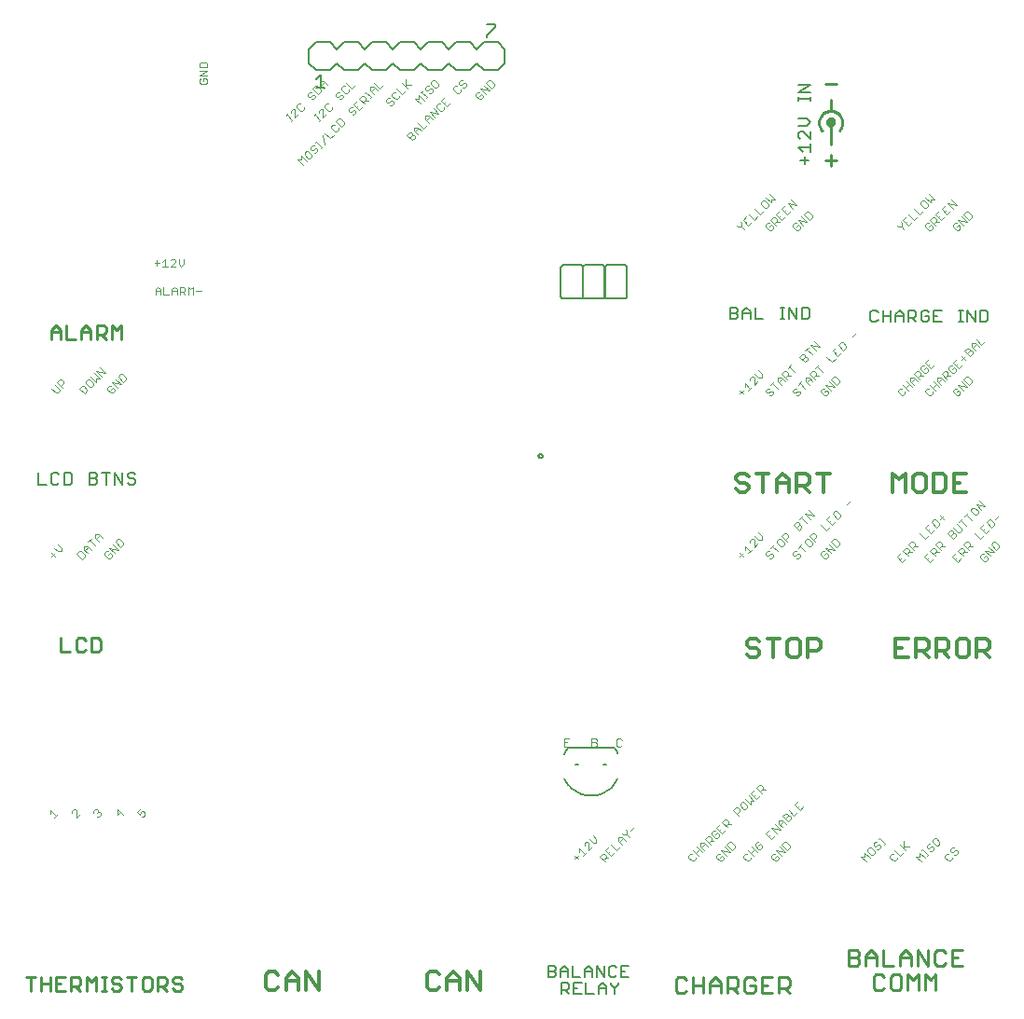
<source format=gto>
G75*
G70*
%OFA0B0*%
%FSLAX24Y24*%
%IPPOS*%
%LPD*%
%AMOC8*
5,1,8,0,0,1.08239X$1,22.5*
%
%ADD10C,0.0040*%
%ADD11C,0.0120*%
%ADD12C,0.0070*%
%ADD13C,0.0090*%
%ADD14C,0.0100*%
%ADD15C,0.0157*%
%ADD16C,0.0098*%
%ADD17C,0.0079*%
%ADD18C,0.0060*%
%ADD19C,0.0050*%
D10*
X001539Y007178D02*
X001669Y007307D01*
X001604Y007243D02*
X001409Y007437D01*
X001409Y007307D01*
X002164Y007340D02*
X002164Y007405D01*
X002229Y007470D01*
X002294Y007470D01*
X002327Y007437D01*
X002327Y007178D01*
X002456Y007307D01*
X002952Y007340D02*
X002952Y007405D01*
X003017Y007470D01*
X003082Y007470D01*
X003114Y007437D01*
X003114Y007372D01*
X003179Y007372D01*
X003211Y007340D01*
X003211Y007275D01*
X003146Y007210D01*
X003082Y007210D01*
X003082Y007340D02*
X003114Y007372D01*
X003804Y007275D02*
X003934Y007405D01*
X003804Y007470D02*
X003804Y007275D01*
X003999Y007275D02*
X003804Y007470D01*
X004494Y007372D02*
X004592Y007275D01*
X004624Y007372D01*
X004656Y007405D01*
X004721Y007405D01*
X004786Y007340D01*
X004786Y007275D01*
X004721Y007210D01*
X004656Y007210D01*
X004494Y007372D02*
X004624Y007502D01*
X003540Y016462D02*
X003605Y016527D01*
X003605Y016592D01*
X003540Y016657D01*
X003475Y016592D01*
X003346Y016592D02*
X003475Y016462D01*
X003540Y016462D01*
X003346Y016592D02*
X003346Y016657D01*
X003410Y016721D01*
X003475Y016721D01*
X003518Y016829D02*
X003842Y016764D01*
X003648Y016959D01*
X003723Y017034D02*
X003820Y017132D01*
X003885Y017132D01*
X004015Y017002D01*
X004015Y016937D01*
X003918Y016840D01*
X003723Y017034D01*
X003518Y016829D02*
X003713Y016635D01*
X003268Y017174D02*
X003139Y017304D01*
X003009Y017304D01*
X003009Y017174D01*
X003139Y017045D01*
X003041Y017142D02*
X003171Y017272D01*
X002869Y017164D02*
X002739Y017034D01*
X002804Y017099D02*
X002998Y016905D01*
X002858Y016764D02*
X002729Y016894D01*
X002599Y016894D01*
X002599Y016764D01*
X002729Y016635D01*
X002621Y016592D02*
X002491Y016721D01*
X002426Y016721D01*
X002329Y016624D01*
X002523Y016430D01*
X002621Y016527D01*
X002621Y016592D01*
X002631Y016732D02*
X002761Y016862D01*
X001809Y016829D02*
X001679Y016959D01*
X001550Y016829D02*
X001679Y016700D01*
X001809Y016700D01*
X001809Y016829D01*
X001572Y016657D02*
X001442Y016527D01*
X001442Y016657D02*
X001572Y016527D01*
X001605Y022368D02*
X001443Y022530D01*
X001573Y022659D02*
X001735Y022497D01*
X001735Y022432D01*
X001670Y022368D01*
X001605Y022368D01*
X001778Y022605D02*
X001875Y022702D01*
X001875Y022767D01*
X001810Y022832D01*
X001745Y022832D01*
X001648Y022735D01*
X001843Y022540D01*
X002427Y022530D02*
X002525Y022627D01*
X002589Y022627D01*
X002719Y022497D01*
X002719Y022432D01*
X002622Y022335D01*
X002427Y022530D01*
X002665Y022702D02*
X002794Y022573D01*
X002859Y022573D01*
X002924Y022637D01*
X002924Y022702D01*
X002794Y022832D01*
X002730Y022832D01*
X002665Y022767D01*
X002665Y022702D01*
X002837Y022940D02*
X003032Y022745D01*
X003032Y022875D01*
X003162Y022875D01*
X002967Y023070D01*
X003042Y023145D02*
X003367Y023080D01*
X003172Y023275D01*
X003042Y023145D02*
X003237Y022950D01*
X003509Y022627D02*
X003444Y022562D01*
X003444Y022497D01*
X003574Y022368D01*
X003639Y022368D01*
X003703Y022432D01*
X003703Y022497D01*
X003639Y022562D01*
X003574Y022497D01*
X003574Y022627D02*
X003509Y022627D01*
X003617Y022735D02*
X003941Y022670D01*
X003746Y022864D01*
X003822Y022940D02*
X003919Y023037D01*
X003984Y023037D01*
X004114Y022907D01*
X004113Y022843D01*
X004016Y022745D01*
X003822Y022940D01*
X003617Y022735D02*
X003811Y022540D01*
X005162Y025890D02*
X005162Y026073D01*
X005253Y026165D01*
X005345Y026073D01*
X005345Y025890D01*
X005452Y025890D02*
X005635Y025890D01*
X005742Y025890D02*
X005742Y026073D01*
X005833Y026165D01*
X005925Y026073D01*
X005925Y025890D01*
X006032Y025890D02*
X006032Y026165D01*
X006169Y026165D01*
X006215Y026119D01*
X006215Y026027D01*
X006169Y025982D01*
X006032Y025982D01*
X006123Y025982D02*
X006215Y025890D01*
X006322Y025890D02*
X006322Y026165D01*
X006413Y026073D01*
X006505Y026165D01*
X006505Y025890D01*
X006612Y026027D02*
X006795Y026027D01*
X006084Y026874D02*
X006176Y026966D01*
X006176Y027149D01*
X005992Y027149D02*
X005992Y026966D01*
X006084Y026874D01*
X005886Y026874D02*
X005702Y026874D01*
X005886Y027058D01*
X005886Y027103D01*
X005840Y027149D01*
X005748Y027149D01*
X005702Y027103D01*
X005504Y027149D02*
X005504Y026874D01*
X005412Y026874D02*
X005596Y026874D01*
X005412Y027058D02*
X005504Y027149D01*
X005306Y027012D02*
X005122Y027012D01*
X005214Y027103D02*
X005214Y026920D01*
X005452Y026165D02*
X005452Y025890D01*
X005345Y026027D02*
X005162Y026027D01*
X005742Y026027D02*
X005925Y026027D01*
X010445Y030512D02*
X010250Y030706D01*
X010380Y030706D01*
X010380Y030836D01*
X010574Y030641D01*
X010617Y030749D02*
X010682Y030749D01*
X010747Y030814D01*
X010747Y030879D01*
X010617Y031009D01*
X010552Y031009D01*
X010488Y030944D01*
X010488Y030879D01*
X010617Y030749D01*
X010822Y030954D02*
X010887Y030954D01*
X010952Y031019D01*
X010952Y031084D01*
X010920Y031116D01*
X010855Y031116D01*
X010790Y031051D01*
X010725Y031051D01*
X010693Y031084D01*
X010693Y031149D01*
X010757Y031214D01*
X010822Y031214D01*
X010865Y031321D02*
X010930Y031386D01*
X010898Y031354D02*
X011092Y031159D01*
X011060Y031127D02*
X011125Y031192D01*
X011196Y031264D02*
X011132Y031588D01*
X011207Y031663D02*
X011401Y031469D01*
X011531Y031598D01*
X011574Y031706D02*
X011639Y031706D01*
X011704Y031771D01*
X011704Y031836D01*
X011812Y031879D02*
X011909Y031976D01*
X011909Y032041D01*
X011779Y032170D01*
X011714Y032170D01*
X011617Y032073D01*
X011812Y031879D01*
X011574Y031965D02*
X011509Y031965D01*
X011444Y031901D01*
X011444Y031836D01*
X011574Y031706D01*
X011082Y032149D02*
X011017Y032084D01*
X011049Y032116D02*
X010855Y032311D01*
X010887Y032343D02*
X010822Y032278D01*
X010991Y032383D02*
X010991Y032448D01*
X011056Y032512D01*
X011121Y032512D01*
X011154Y032480D01*
X011154Y032221D01*
X011283Y032350D01*
X011326Y032458D02*
X011196Y032588D01*
X011196Y032653D01*
X011261Y032717D01*
X011326Y032717D01*
X011456Y032588D02*
X011456Y032523D01*
X011391Y032458D01*
X011326Y032458D01*
X011736Y032868D02*
X011801Y032868D01*
X011866Y032933D01*
X011866Y032998D01*
X011833Y033030D01*
X011769Y033030D01*
X011704Y032965D01*
X011639Y032965D01*
X011606Y032998D01*
X011606Y033063D01*
X011671Y033128D01*
X011736Y033128D01*
X011811Y033203D02*
X011941Y033073D01*
X012006Y033073D01*
X012071Y033138D01*
X012071Y033203D01*
X012179Y033246D02*
X011984Y033440D01*
X011941Y033333D02*
X011876Y033333D01*
X011811Y033268D01*
X011811Y033203D01*
X012179Y033246D02*
X012308Y033375D01*
X012642Y033098D02*
X012707Y033163D01*
X012675Y033131D02*
X012869Y032936D01*
X012837Y032904D02*
X012902Y032969D01*
X012973Y033040D02*
X012844Y033170D01*
X012844Y033300D01*
X012973Y033300D01*
X013103Y033170D01*
X013178Y033246D02*
X013308Y033375D01*
X013178Y033246D02*
X012984Y033440D01*
X013006Y033267D02*
X012876Y033138D01*
X012664Y032926D02*
X012664Y032861D01*
X012567Y032764D01*
X012632Y032828D02*
X012761Y032828D01*
X012664Y032926D02*
X012599Y032991D01*
X012534Y032991D01*
X012437Y032893D01*
X012632Y032699D01*
X012556Y032623D02*
X012427Y032494D01*
X012232Y032688D01*
X012362Y032818D01*
X012394Y032656D02*
X012329Y032591D01*
X012286Y032483D02*
X012319Y032451D01*
X012319Y032386D01*
X012254Y032321D01*
X012189Y032321D01*
X012157Y032418D02*
X012222Y032483D01*
X012286Y032483D01*
X012189Y032581D02*
X012124Y032581D01*
X012059Y032516D01*
X012059Y032451D01*
X012092Y032418D01*
X012157Y032418D01*
X011308Y033375D02*
X011179Y033505D01*
X011049Y033505D01*
X011049Y033375D01*
X011179Y033246D01*
X011071Y033203D02*
X010941Y033333D01*
X010876Y033333D01*
X010779Y033235D01*
X010974Y033041D01*
X011071Y033138D01*
X011071Y033203D01*
X011081Y033343D02*
X011211Y033473D01*
X010833Y033030D02*
X010866Y032998D01*
X010866Y032933D01*
X010801Y032868D01*
X010736Y032868D01*
X010704Y032965D02*
X010769Y033030D01*
X010833Y033030D01*
X010736Y033128D02*
X010671Y033128D01*
X010606Y033063D01*
X010606Y032998D01*
X010639Y032965D01*
X010704Y032965D01*
X010456Y032588D02*
X010456Y032523D01*
X010391Y032458D01*
X010326Y032458D01*
X010196Y032588D01*
X010196Y032653D01*
X010261Y032717D01*
X010326Y032717D01*
X010121Y032512D02*
X010056Y032512D01*
X009991Y032448D01*
X009991Y032383D01*
X009887Y032343D02*
X009822Y032278D01*
X009855Y032311D02*
X010049Y032116D01*
X010017Y032084D02*
X010082Y032149D01*
X010154Y032221D02*
X010154Y032480D01*
X010121Y032512D01*
X010283Y032350D02*
X010154Y032221D01*
X007011Y033467D02*
X007011Y033559D01*
X006966Y033605D01*
X006874Y033605D01*
X006874Y033513D01*
X006966Y033421D02*
X007011Y033467D01*
X006966Y033421D02*
X006782Y033421D01*
X006736Y033467D01*
X006736Y033559D01*
X006782Y033605D01*
X006736Y033711D02*
X007011Y033895D01*
X006736Y033895D01*
X006736Y034001D02*
X006736Y034139D01*
X006782Y034185D01*
X006966Y034185D01*
X007011Y034139D01*
X007011Y034001D01*
X006736Y034001D01*
X006736Y033711D02*
X007011Y033711D01*
X013401Y032858D02*
X013401Y032793D01*
X013434Y032760D01*
X013499Y032760D01*
X013564Y032825D01*
X013629Y032825D01*
X013661Y032793D01*
X013661Y032728D01*
X013596Y032663D01*
X013531Y032663D01*
X013401Y032858D02*
X013466Y032923D01*
X013531Y032923D01*
X013607Y032998D02*
X013736Y032868D01*
X013801Y032868D01*
X013866Y032933D01*
X013866Y032998D01*
X013974Y033041D02*
X013779Y033235D01*
X013736Y033128D02*
X013671Y033128D01*
X013607Y033063D01*
X013607Y032998D01*
X013974Y033041D02*
X014103Y033171D01*
X014179Y033246D02*
X013984Y033440D01*
X014114Y033376D02*
X014308Y033376D01*
X014114Y033311D02*
X014114Y033570D01*
X014643Y033099D02*
X014707Y033164D01*
X014675Y033131D02*
X014869Y032937D01*
X014837Y032904D02*
X014902Y032969D01*
X014941Y033073D02*
X015006Y033073D01*
X015071Y033138D01*
X015071Y033203D01*
X015039Y033235D01*
X014974Y033235D01*
X014909Y033170D01*
X014844Y033171D01*
X014812Y033203D01*
X014812Y033268D01*
X014876Y033333D01*
X014941Y033333D01*
X015017Y033408D02*
X015146Y033278D01*
X015211Y033278D01*
X015276Y033343D01*
X015276Y033408D01*
X015146Y033538D01*
X015081Y033538D01*
X015017Y033473D01*
X015017Y033408D01*
X014567Y033023D02*
X014762Y032829D01*
X014632Y032699D02*
X014437Y032894D01*
X014567Y032894D01*
X014567Y033023D01*
X015089Y032545D02*
X015283Y032350D01*
X014959Y032415D01*
X015153Y032221D01*
X015078Y032145D02*
X014948Y032275D01*
X014819Y032275D01*
X014819Y032145D01*
X014948Y032016D01*
X014873Y031940D02*
X014743Y031810D01*
X014549Y032005D01*
X014538Y031865D02*
X014668Y031735D01*
X014571Y031832D02*
X014441Y031703D01*
X014409Y031735D02*
X014409Y031865D01*
X014538Y031865D01*
X014409Y031735D02*
X014538Y031605D01*
X014431Y031562D02*
X014431Y031498D01*
X014333Y031400D01*
X014139Y031595D01*
X014236Y031692D01*
X014301Y031692D01*
X014333Y031660D01*
X014333Y031595D01*
X014236Y031498D01*
X014333Y031595D02*
X014398Y031595D01*
X014431Y031562D01*
X014851Y032113D02*
X014981Y032242D01*
X015326Y032458D02*
X015391Y032458D01*
X015456Y032523D01*
X015456Y032588D01*
X015564Y032631D02*
X015369Y032825D01*
X015499Y032955D01*
X015531Y032793D02*
X015466Y032728D01*
X015564Y032631D02*
X015693Y032760D01*
X015326Y032717D02*
X015261Y032717D01*
X015196Y032653D01*
X015196Y032588D01*
X015326Y032458D01*
X015941Y033073D02*
X015811Y033203D01*
X015811Y033268D01*
X015876Y033333D01*
X015941Y033333D01*
X016016Y033408D02*
X016049Y033375D01*
X016114Y033375D01*
X016179Y033440D01*
X016243Y033440D01*
X016276Y033408D01*
X016276Y033343D01*
X016211Y033278D01*
X016146Y033278D01*
X016071Y033203D02*
X016071Y033138D01*
X016006Y033073D01*
X015941Y033073D01*
X016016Y033408D02*
X016016Y033473D01*
X016081Y033538D01*
X016146Y033538D01*
X016607Y033063D02*
X016607Y032998D01*
X016736Y032868D01*
X016801Y032868D01*
X016866Y032933D01*
X016866Y032998D01*
X016801Y033063D01*
X016736Y032998D01*
X016736Y033128D02*
X016671Y033128D01*
X016607Y033063D01*
X016779Y033235D02*
X017104Y033171D01*
X016909Y033365D01*
X016984Y033440D02*
X017179Y033246D01*
X017276Y033343D01*
X017276Y033408D01*
X017146Y033538D01*
X017082Y033538D01*
X016984Y033440D01*
X016779Y033235D02*
X016974Y033041D01*
X025951Y028337D02*
X025983Y028304D01*
X026113Y028304D01*
X026210Y028207D01*
X026113Y028304D02*
X026113Y028434D01*
X026081Y028467D01*
X026156Y028542D02*
X026351Y028347D01*
X026480Y028477D01*
X026556Y028552D02*
X026685Y028682D01*
X026761Y028757D02*
X026890Y028887D01*
X026933Y028995D02*
X026998Y028995D01*
X027063Y029060D01*
X027063Y029125D01*
X026933Y029254D01*
X026868Y029254D01*
X026804Y029189D01*
X026804Y029125D01*
X026933Y028995D01*
X026761Y028757D02*
X026566Y028952D01*
X026361Y028747D02*
X026556Y028552D01*
X026318Y028509D02*
X026253Y028445D01*
X026156Y028542D02*
X026286Y028672D01*
X026968Y028369D02*
X026968Y028304D01*
X027097Y028175D01*
X027162Y028175D01*
X027227Y028240D01*
X027227Y028304D01*
X027162Y028369D01*
X027097Y028304D01*
X027097Y028434D02*
X027032Y028434D01*
X026968Y028369D01*
X027140Y028542D02*
X027237Y028639D01*
X027302Y028639D01*
X027367Y028574D01*
X027367Y028509D01*
X027270Y028412D01*
X027335Y028347D02*
X027140Y028542D01*
X027335Y028477D02*
X027464Y028477D01*
X027540Y028552D02*
X027345Y028747D01*
X027475Y028877D01*
X027550Y028952D02*
X027680Y029082D01*
X027755Y029157D02*
X028080Y029092D01*
X027885Y029287D01*
X027755Y029157D02*
X027950Y028962D01*
X027875Y028887D02*
X027745Y028757D01*
X027550Y028952D01*
X027648Y028855D02*
X027712Y028919D01*
X027670Y028682D02*
X027540Y028552D01*
X027443Y028650D02*
X027507Y028714D01*
X027171Y029167D02*
X026976Y029362D01*
X027106Y029492D02*
X027300Y029297D01*
X027171Y029297D01*
X027171Y029167D01*
X027952Y028369D02*
X027952Y028304D01*
X028082Y028175D01*
X028146Y028175D01*
X028211Y028240D01*
X028211Y028304D01*
X028146Y028369D01*
X028082Y028304D01*
X028082Y028434D02*
X028017Y028434D01*
X027952Y028369D01*
X028124Y028542D02*
X028449Y028477D01*
X028254Y028672D01*
X028330Y028747D02*
X028524Y028552D01*
X028621Y028650D01*
X028621Y028714D01*
X028492Y028844D01*
X028427Y028844D01*
X028330Y028747D01*
X028124Y028542D02*
X028319Y028347D01*
X031660Y028337D02*
X031692Y028304D01*
X031822Y028304D01*
X031919Y028207D01*
X031822Y028304D02*
X031822Y028434D01*
X031789Y028467D01*
X031865Y028542D02*
X032059Y028347D01*
X032189Y028477D01*
X032264Y028552D02*
X032394Y028682D01*
X032469Y028757D02*
X032275Y028952D01*
X032469Y028757D02*
X032599Y028887D01*
X032642Y028995D02*
X032707Y028995D01*
X032772Y029060D01*
X032772Y029125D01*
X032642Y029254D01*
X032577Y029254D01*
X032512Y029189D01*
X032512Y029125D01*
X032642Y028995D01*
X032879Y029167D02*
X032685Y029362D01*
X032814Y029492D02*
X033009Y029297D01*
X032879Y029297D01*
X032879Y029167D01*
X033184Y028877D02*
X033054Y028747D01*
X033249Y028552D01*
X033378Y028682D01*
X033454Y028757D02*
X033583Y028887D01*
X033659Y028962D02*
X033464Y029157D01*
X033788Y029092D01*
X033594Y029287D01*
X033389Y029082D02*
X033259Y028952D01*
X033454Y028757D01*
X033356Y028855D02*
X033421Y028919D01*
X033216Y028714D02*
X033151Y028650D01*
X033076Y028574D02*
X033076Y028509D01*
X032979Y028412D01*
X033043Y028347D02*
X032849Y028542D01*
X032946Y028639D01*
X033011Y028639D01*
X033076Y028574D01*
X033043Y028477D02*
X033173Y028477D01*
X032936Y028304D02*
X032871Y028369D01*
X032806Y028304D01*
X032806Y028175D02*
X032871Y028175D01*
X032936Y028240D01*
X032936Y028304D01*
X032806Y028175D02*
X032676Y028304D01*
X032676Y028369D01*
X032741Y028434D01*
X032806Y028434D01*
X032264Y028552D02*
X032070Y028747D01*
X031994Y028672D02*
X031865Y028542D01*
X031962Y028445D02*
X032027Y028509D01*
X033661Y028369D02*
X033661Y028304D01*
X033790Y028175D01*
X033855Y028175D01*
X033920Y028240D01*
X033920Y028304D01*
X033855Y028369D01*
X033790Y028304D01*
X033790Y028434D02*
X033725Y028434D01*
X033661Y028369D01*
X033833Y028542D02*
X034157Y028477D01*
X033963Y028672D01*
X034038Y028747D02*
X034135Y028844D01*
X034200Y028844D01*
X034330Y028714D01*
X034330Y028650D01*
X034233Y028552D01*
X034038Y028747D01*
X033833Y028542D02*
X034028Y028347D01*
X030197Y024514D02*
X030067Y024384D01*
X029852Y024039D02*
X029722Y024169D01*
X029657Y024169D01*
X029560Y024072D01*
X029754Y023877D01*
X029852Y023974D01*
X029852Y024039D01*
X029679Y023802D02*
X029549Y023672D01*
X029355Y023867D01*
X029484Y023996D01*
X029517Y023834D02*
X029452Y023769D01*
X029474Y023597D02*
X029344Y023467D01*
X029150Y023662D01*
X028869Y023381D02*
X028740Y023251D01*
X028804Y023316D02*
X028999Y023122D01*
X028859Y022982D02*
X028729Y022982D01*
X028762Y023014D02*
X028664Y022917D01*
X028729Y022852D02*
X028535Y023046D01*
X028632Y023144D01*
X028697Y023144D01*
X028762Y023079D01*
X028762Y023014D01*
X028556Y022874D02*
X028427Y022744D01*
X028394Y022777D02*
X028394Y022906D01*
X028524Y022906D01*
X028654Y022777D01*
X028524Y022647D02*
X028394Y022777D01*
X028254Y022766D02*
X028124Y022636D01*
X028189Y022701D02*
X028384Y022507D01*
X028211Y022399D02*
X028211Y022334D01*
X028146Y022269D01*
X028082Y022269D01*
X028049Y022366D02*
X028114Y022431D01*
X028179Y022431D01*
X028211Y022399D01*
X028049Y022366D02*
X027984Y022366D01*
X027952Y022399D01*
X027952Y022464D01*
X028017Y022529D01*
X028082Y022529D01*
X027745Y022852D02*
X027550Y023046D01*
X027648Y023144D01*
X027712Y023144D01*
X027777Y023079D01*
X027777Y023014D01*
X027680Y022917D01*
X027745Y022982D02*
X027875Y022982D01*
X028015Y023122D02*
X027820Y023316D01*
X027755Y023251D02*
X027885Y023381D01*
X028165Y023662D02*
X028263Y023759D01*
X028328Y023759D01*
X028360Y023726D01*
X028360Y023662D01*
X028263Y023564D01*
X028360Y023467D02*
X028165Y023662D01*
X028360Y023662D02*
X028425Y023662D01*
X028457Y023629D01*
X028457Y023564D01*
X028360Y023467D01*
X028630Y023737D02*
X028435Y023931D01*
X028370Y023867D02*
X028500Y023996D01*
X028576Y024072D02*
X028900Y024007D01*
X028705Y024201D01*
X028576Y024072D02*
X028770Y023877D01*
X029411Y022939D02*
X029314Y022841D01*
X029508Y022647D01*
X029606Y022744D01*
X029606Y022809D01*
X029476Y022939D01*
X029411Y022939D01*
X029238Y022766D02*
X029433Y022571D01*
X029109Y022636D01*
X029303Y022442D01*
X029196Y022399D02*
X029131Y022464D01*
X029066Y022399D01*
X029196Y022399D02*
X029196Y022334D01*
X029131Y022269D01*
X029066Y022269D01*
X028936Y022399D01*
X028936Y022464D01*
X029001Y022529D01*
X029066Y022529D01*
X027670Y022777D02*
X027540Y022906D01*
X027410Y022906D01*
X027410Y022777D01*
X027540Y022647D01*
X027443Y022744D02*
X027572Y022874D01*
X027270Y022766D02*
X027140Y022636D01*
X027205Y022701D02*
X027400Y022507D01*
X027227Y022399D02*
X027227Y022334D01*
X027162Y022269D01*
X027097Y022269D01*
X027065Y022366D02*
X027130Y022431D01*
X027195Y022431D01*
X027227Y022399D01*
X027065Y022366D02*
X027000Y022366D01*
X026968Y022399D01*
X026968Y022464D01*
X027032Y022529D01*
X027097Y022529D01*
X026825Y022917D02*
X026696Y022917D01*
X026566Y023046D01*
X026523Y022939D02*
X026458Y022939D01*
X026393Y022874D01*
X026393Y022809D01*
X026523Y022939D02*
X026556Y022906D01*
X026556Y022647D01*
X026685Y022777D01*
X026825Y022917D02*
X026825Y023046D01*
X026696Y023176D01*
X026221Y022701D02*
X026415Y022507D01*
X026351Y022442D02*
X026480Y022571D01*
X026221Y022571D02*
X026221Y022701D01*
X026178Y022464D02*
X026048Y022334D01*
X026048Y022464D02*
X026178Y022334D01*
X029992Y018502D02*
X029862Y018372D01*
X029647Y018027D02*
X029517Y018157D01*
X029452Y018157D01*
X029355Y018059D01*
X029549Y017865D01*
X029647Y017962D01*
X029647Y018027D01*
X029474Y017790D02*
X029344Y017660D01*
X029150Y017854D01*
X029279Y017984D01*
X029312Y017822D02*
X029247Y017757D01*
X029269Y017585D02*
X029139Y017455D01*
X028945Y017649D01*
X028697Y017337D02*
X028632Y017337D01*
X028535Y017239D01*
X028729Y017045D01*
X028664Y017110D02*
X028762Y017207D01*
X028762Y017272D01*
X028697Y017337D01*
X028492Y017132D02*
X028427Y017132D01*
X028362Y017067D01*
X028362Y017002D01*
X028492Y016872D01*
X028556Y016872D01*
X028621Y016937D01*
X028621Y017002D01*
X028492Y017132D01*
X028254Y016959D02*
X028124Y016829D01*
X028189Y016894D02*
X028384Y016700D01*
X028211Y016592D02*
X028211Y016527D01*
X028146Y016462D01*
X028082Y016462D01*
X028049Y016559D02*
X028114Y016624D01*
X028179Y016624D01*
X028211Y016592D01*
X028049Y016559D02*
X027984Y016559D01*
X027952Y016592D01*
X027952Y016657D01*
X028017Y016721D01*
X028082Y016721D01*
X027745Y017045D02*
X027550Y017239D01*
X027648Y017337D01*
X027712Y017337D01*
X027777Y017272D01*
X027777Y017207D01*
X027680Y017110D01*
X027637Y017002D02*
X027507Y017132D01*
X027443Y017132D01*
X027378Y017067D01*
X027378Y017002D01*
X027507Y016872D01*
X027572Y016872D01*
X027637Y016937D01*
X027637Y017002D01*
X027270Y016959D02*
X027140Y016829D01*
X027205Y016894D02*
X027400Y016700D01*
X027227Y016592D02*
X027227Y016527D01*
X027162Y016462D01*
X027097Y016462D01*
X027065Y016559D02*
X027130Y016624D01*
X027195Y016624D01*
X027227Y016592D01*
X027065Y016559D02*
X027000Y016559D01*
X026968Y016592D01*
X026968Y016657D01*
X027032Y016721D01*
X027097Y016721D01*
X026825Y017110D02*
X026696Y017110D01*
X026566Y017239D01*
X026523Y017132D02*
X026458Y017132D01*
X026393Y017067D01*
X026393Y017002D01*
X026523Y017132D02*
X026556Y017099D01*
X026556Y016840D01*
X026685Y016969D01*
X026825Y017110D02*
X026825Y017239D01*
X026696Y017369D01*
X026221Y016894D02*
X026415Y016700D01*
X026351Y016635D02*
X026480Y016764D01*
X026221Y016764D02*
X026221Y016894D01*
X026178Y016657D02*
X026048Y016527D01*
X026048Y016657D02*
X026178Y016527D01*
X027960Y017649D02*
X028155Y017455D01*
X028252Y017552D01*
X028252Y017617D01*
X028220Y017649D01*
X028155Y017649D01*
X028058Y017552D01*
X028155Y017649D02*
X028155Y017714D01*
X028123Y017747D01*
X028058Y017747D01*
X027960Y017649D01*
X028165Y017854D02*
X028295Y017984D01*
X028230Y017919D02*
X028425Y017725D01*
X028565Y017865D02*
X028370Y018059D01*
X028695Y017995D01*
X028500Y018189D01*
X029411Y017132D02*
X029314Y017034D01*
X029508Y016840D01*
X029606Y016937D01*
X029606Y017002D01*
X029476Y017132D01*
X029411Y017132D01*
X029238Y016959D02*
X029433Y016764D01*
X029109Y016829D01*
X029303Y016635D01*
X029196Y016592D02*
X029131Y016657D01*
X029066Y016592D01*
X029066Y016721D02*
X029001Y016721D01*
X028936Y016657D01*
X028936Y016592D01*
X029066Y016462D01*
X029131Y016462D01*
X029196Y016527D01*
X029196Y016592D01*
X031660Y016526D02*
X031854Y016331D01*
X031984Y016461D01*
X032059Y016536D02*
X031865Y016731D01*
X031962Y016828D01*
X032027Y016828D01*
X032092Y016763D01*
X032092Y016698D01*
X031994Y016601D01*
X032059Y016666D02*
X032189Y016666D01*
X032264Y016741D02*
X032070Y016936D01*
X032167Y017033D01*
X032232Y017033D01*
X032297Y016968D01*
X032297Y016903D01*
X032199Y016806D01*
X032264Y016871D02*
X032394Y016871D01*
X032674Y017151D02*
X032804Y017281D01*
X032879Y017356D02*
X032685Y017551D01*
X032814Y017681D01*
X032890Y017756D02*
X032987Y017853D01*
X033052Y017853D01*
X033182Y017724D01*
X033182Y017659D01*
X033084Y017561D01*
X032890Y017756D01*
X032847Y017519D02*
X032782Y017454D01*
X032879Y017356D02*
X033009Y017486D01*
X033192Y017864D02*
X033322Y017994D01*
X033192Y017994D02*
X033322Y017864D01*
X033669Y017551D02*
X033831Y017389D01*
X033896Y017389D01*
X033961Y017454D01*
X033961Y017519D01*
X033799Y017681D01*
X033874Y017756D02*
X034004Y017886D01*
X033939Y017821D02*
X034133Y017626D01*
X034339Y017831D02*
X034144Y018026D01*
X034079Y017961D02*
X034209Y018091D01*
X034317Y018134D02*
X034446Y018004D01*
X034511Y018004D01*
X034576Y018069D01*
X034576Y018134D01*
X034446Y018263D01*
X034381Y018263D01*
X034317Y018199D01*
X034317Y018134D01*
X034489Y018371D02*
X034813Y018306D01*
X034619Y018501D01*
X034489Y018371D02*
X034684Y018177D01*
X034956Y017853D02*
X034858Y017756D01*
X035053Y017561D01*
X035150Y017659D01*
X035150Y017724D01*
X035020Y017853D01*
X034956Y017853D01*
X035161Y017864D02*
X035290Y017994D01*
X034783Y017681D02*
X034653Y017551D01*
X034848Y017356D01*
X034978Y017486D01*
X034815Y017519D02*
X034751Y017454D01*
X034773Y017281D02*
X034643Y017151D01*
X034448Y017346D01*
X034200Y017033D02*
X034265Y016968D01*
X034265Y016903D01*
X034168Y016806D01*
X034233Y016741D02*
X034038Y016936D01*
X034135Y017033D01*
X034200Y017033D01*
X034233Y016871D02*
X034362Y016871D01*
X034157Y016666D02*
X034028Y016666D01*
X034060Y016698D02*
X033963Y016601D01*
X034028Y016536D02*
X033833Y016731D01*
X033930Y016828D01*
X033995Y016828D01*
X034060Y016763D01*
X034060Y016698D01*
X033952Y016461D02*
X033823Y016331D01*
X033628Y016526D01*
X033758Y016656D01*
X033790Y016493D02*
X033725Y016429D01*
X033249Y016741D02*
X033054Y016936D01*
X033151Y017033D01*
X033216Y017033D01*
X033281Y016968D01*
X033281Y016903D01*
X033184Y016806D01*
X033249Y016871D02*
X033378Y016871D01*
X033173Y016666D02*
X033043Y016666D01*
X033076Y016698D02*
X032979Y016601D01*
X033043Y016536D02*
X032849Y016731D01*
X032946Y016828D01*
X033011Y016828D01*
X033076Y016763D01*
X033076Y016698D01*
X032968Y016461D02*
X032838Y016331D01*
X032644Y016526D01*
X032774Y016656D01*
X032806Y016493D02*
X032741Y016429D01*
X032674Y017151D02*
X032480Y017346D01*
X031789Y016656D02*
X031660Y016526D01*
X031757Y016429D02*
X031822Y016493D01*
X033464Y017346D02*
X033561Y017443D01*
X033626Y017443D01*
X033659Y017411D01*
X033659Y017346D01*
X033561Y017249D01*
X033464Y017346D02*
X033659Y017151D01*
X033756Y017249D01*
X033756Y017314D01*
X033723Y017346D01*
X033659Y017346D01*
X034645Y016558D02*
X034645Y016493D01*
X034774Y016364D01*
X034839Y016364D01*
X034904Y016429D01*
X034904Y016493D01*
X034839Y016558D01*
X034774Y016493D01*
X034774Y016623D02*
X034710Y016623D01*
X034645Y016558D01*
X034817Y016731D02*
X035142Y016666D01*
X034947Y016861D01*
X035022Y016936D02*
X035120Y017033D01*
X035185Y017033D01*
X035314Y016903D01*
X035314Y016839D01*
X035217Y016741D01*
X035022Y016936D01*
X034817Y016731D02*
X035012Y016536D01*
X033855Y022269D02*
X033920Y022334D01*
X033920Y022399D01*
X033855Y022464D01*
X033790Y022399D01*
X033661Y022399D02*
X033790Y022269D01*
X033855Y022269D01*
X033661Y022399D02*
X033661Y022464D01*
X033725Y022529D01*
X033790Y022529D01*
X033833Y022636D02*
X034157Y022571D01*
X033963Y022766D01*
X034038Y022841D02*
X034135Y022939D01*
X034200Y022939D01*
X034330Y022809D01*
X034330Y022744D01*
X034233Y022647D01*
X034038Y022841D01*
X033833Y022636D02*
X034028Y022442D01*
X033583Y022982D02*
X033454Y022982D01*
X033486Y023014D02*
X033389Y022917D01*
X033454Y022852D02*
X033259Y023046D01*
X033356Y023144D01*
X033421Y023144D01*
X033486Y023079D01*
X033486Y023014D01*
X033626Y023089D02*
X033496Y023219D01*
X033496Y023284D01*
X033561Y023349D01*
X033626Y023349D01*
X033691Y023284D02*
X033626Y023219D01*
X033691Y023284D02*
X033756Y023219D01*
X033756Y023154D01*
X033691Y023089D01*
X033626Y023089D01*
X033864Y023262D02*
X033993Y023392D01*
X033831Y023424D02*
X033766Y023359D01*
X033669Y023456D02*
X033864Y023262D01*
X033669Y023456D02*
X033799Y023586D01*
X033971Y023564D02*
X034101Y023694D01*
X034176Y023769D02*
X034274Y023867D01*
X034339Y023867D01*
X034371Y023834D01*
X034371Y023769D01*
X034274Y023672D01*
X034079Y023867D01*
X034176Y023964D01*
X034241Y023964D01*
X034274Y023931D01*
X034274Y023867D01*
X034381Y023974D02*
X034511Y024104D01*
X034479Y024136D02*
X034608Y024007D01*
X034684Y024082D02*
X034813Y024212D01*
X034684Y024082D02*
X034489Y024277D01*
X034479Y024136D02*
X034349Y024136D01*
X034349Y024007D01*
X034479Y023877D01*
X034101Y023564D02*
X033971Y023694D01*
X033009Y023392D02*
X032879Y023262D01*
X032685Y023456D01*
X032814Y023586D01*
X032847Y023424D02*
X032782Y023359D01*
X032707Y023284D02*
X032642Y023219D01*
X032707Y023284D02*
X032772Y023219D01*
X032772Y023154D01*
X032707Y023089D01*
X032642Y023089D01*
X032512Y023219D01*
X032512Y023284D01*
X032577Y023349D01*
X032642Y023349D01*
X032437Y023144D02*
X032502Y023079D01*
X032502Y023014D01*
X032404Y022917D01*
X032469Y022982D02*
X032599Y022982D01*
X032469Y022852D02*
X032275Y023046D01*
X032372Y023144D01*
X032437Y023144D01*
X032264Y022906D02*
X032394Y022777D01*
X032297Y022874D02*
X032167Y022744D01*
X032135Y022777D02*
X032134Y022906D01*
X032264Y022906D01*
X032135Y022777D02*
X032264Y022647D01*
X032189Y022571D02*
X031994Y022766D01*
X032092Y022669D02*
X031962Y022539D01*
X032059Y022442D02*
X031865Y022636D01*
X031822Y022529D02*
X031757Y022529D01*
X031692Y022464D01*
X031692Y022399D01*
X031822Y022269D01*
X031887Y022269D01*
X031951Y022334D01*
X031951Y022399D01*
X032676Y022399D02*
X032806Y022269D01*
X032871Y022269D01*
X032936Y022334D01*
X032936Y022399D01*
X033043Y022442D02*
X032849Y022636D01*
X032806Y022529D02*
X032741Y022529D01*
X032676Y022464D01*
X032676Y022399D01*
X032946Y022539D02*
X033076Y022669D01*
X033151Y022744D02*
X033281Y022874D01*
X033249Y022906D02*
X033378Y022777D01*
X033249Y022906D02*
X033119Y022906D01*
X033119Y022777D01*
X033249Y022647D01*
X033173Y022571D02*
X032979Y022766D01*
X021776Y010004D02*
X021684Y010004D01*
X021638Y009958D01*
X021638Y009774D01*
X021684Y009729D01*
X021776Y009729D01*
X021821Y009774D01*
X021821Y009958D02*
X021776Y010004D01*
X020936Y009958D02*
X020936Y009912D01*
X020890Y009866D01*
X020752Y009866D01*
X020752Y009729D02*
X020890Y009729D01*
X020936Y009774D01*
X020936Y009820D01*
X020890Y009866D01*
X020936Y009958D02*
X020890Y010004D01*
X020752Y010004D01*
X020752Y009729D01*
X019951Y009729D02*
X019768Y009729D01*
X019768Y010004D01*
X019951Y010004D01*
X019860Y009866D02*
X019768Y009866D01*
X022282Y006855D02*
X022152Y006725D01*
X022012Y006715D02*
X021980Y006747D01*
X022012Y006715D02*
X022012Y006585D01*
X022109Y006488D01*
X022012Y006585D02*
X021882Y006585D01*
X021850Y006618D01*
X021839Y006477D02*
X021969Y006348D01*
X021872Y006445D02*
X021742Y006315D01*
X021710Y006348D02*
X021710Y006477D01*
X021839Y006477D01*
X021710Y006348D02*
X021839Y006218D01*
X021764Y006143D02*
X021634Y006013D01*
X021440Y006208D01*
X021364Y006132D02*
X021235Y006002D01*
X021429Y005808D01*
X021559Y005938D01*
X021397Y005970D02*
X021332Y005905D01*
X021257Y005830D02*
X021257Y005765D01*
X021159Y005668D01*
X021224Y005733D02*
X021354Y005733D01*
X021257Y005830D02*
X021192Y005895D01*
X021127Y005895D01*
X021030Y005797D01*
X021224Y005603D01*
X020780Y006143D02*
X020650Y006013D01*
X020650Y006272D01*
X020618Y006305D01*
X020553Y006305D01*
X020488Y006240D01*
X020488Y006175D01*
X020315Y006067D02*
X020510Y005873D01*
X020445Y005808D02*
X020575Y005938D01*
X020315Y005938D02*
X020315Y006067D01*
X020272Y005830D02*
X020143Y005700D01*
X020272Y005700D02*
X020143Y005830D01*
X020661Y006413D02*
X020790Y006283D01*
X020920Y006283D01*
X020920Y006413D01*
X020790Y006542D01*
X024212Y005830D02*
X024212Y005765D01*
X024341Y005635D01*
X024406Y005635D01*
X024471Y005700D01*
X024471Y005765D01*
X024579Y005808D02*
X024384Y006002D01*
X024341Y005895D02*
X024277Y005895D01*
X024212Y005830D01*
X024482Y005905D02*
X024611Y006035D01*
X024687Y006110D02*
X024816Y006240D01*
X024784Y006272D02*
X024914Y006143D01*
X024989Y006218D02*
X024794Y006413D01*
X024892Y006510D01*
X024957Y006510D01*
X025021Y006445D01*
X025021Y006380D01*
X024924Y006283D01*
X024989Y006348D02*
X025119Y006348D01*
X025162Y006455D02*
X025226Y006455D01*
X025291Y006520D01*
X025291Y006585D01*
X025226Y006650D01*
X025162Y006585D01*
X025032Y006585D02*
X025162Y006455D01*
X025032Y006585D02*
X025032Y006650D01*
X025097Y006715D01*
X025162Y006715D01*
X025204Y006823D02*
X025399Y006628D01*
X025529Y006758D01*
X025604Y006833D02*
X025410Y007028D01*
X025507Y007125D01*
X025572Y007125D01*
X025636Y007060D01*
X025636Y006995D01*
X025539Y006898D01*
X025604Y006963D02*
X025734Y006963D01*
X026014Y007243D02*
X025820Y007438D01*
X025917Y007535D01*
X025982Y007535D01*
X026047Y007470D01*
X026047Y007405D01*
X025949Y007308D01*
X026187Y007481D02*
X026057Y007610D01*
X026057Y007675D01*
X026122Y007740D01*
X026187Y007740D01*
X026316Y007610D01*
X026316Y007546D01*
X026252Y007481D01*
X026187Y007481D01*
X026424Y007653D02*
X026230Y007848D01*
X026359Y007978D02*
X026554Y007783D01*
X026424Y007783D01*
X026424Y007653D01*
X026629Y007858D02*
X026759Y007988D01*
X026834Y008063D02*
X026640Y008258D01*
X026737Y008355D01*
X026802Y008355D01*
X026867Y008290D01*
X026867Y008225D01*
X026769Y008128D01*
X026834Y008193D02*
X026964Y008193D01*
X026564Y008183D02*
X026435Y008053D01*
X026629Y007858D01*
X026532Y007956D02*
X026597Y008020D01*
X027443Y007093D02*
X027573Y007093D01*
X027702Y006963D01*
X027778Y007038D02*
X027875Y007135D01*
X027875Y007200D01*
X027842Y007233D01*
X027778Y007233D01*
X027680Y007135D01*
X027605Y007060D02*
X027475Y006930D01*
X027443Y006963D02*
X027443Y007093D01*
X027443Y006963D02*
X027573Y006833D01*
X027497Y006758D02*
X027303Y006952D01*
X027173Y006823D02*
X027497Y006758D01*
X027368Y006628D02*
X027173Y006823D01*
X027098Y006747D02*
X026968Y006618D01*
X027163Y006423D01*
X027292Y006553D01*
X027130Y006585D02*
X027065Y006520D01*
X026785Y006240D02*
X026720Y006175D01*
X026785Y006240D02*
X026850Y006175D01*
X026850Y006110D01*
X026785Y006045D01*
X026720Y006045D01*
X026590Y006175D01*
X026590Y006240D01*
X026655Y006305D01*
X026720Y006305D01*
X026483Y006132D02*
X026677Y005938D01*
X026580Y006035D02*
X026450Y005905D01*
X026547Y005808D02*
X026353Y006002D01*
X026310Y005895D02*
X026245Y005895D01*
X026180Y005830D01*
X026180Y005765D01*
X026310Y005635D01*
X026375Y005635D01*
X026440Y005700D01*
X026440Y005765D01*
X025865Y006110D02*
X025768Y006013D01*
X025574Y006208D01*
X025671Y006305D01*
X025736Y006305D01*
X025865Y006175D01*
X025865Y006110D01*
X025693Y005938D02*
X025369Y006002D01*
X025563Y005808D01*
X025455Y005765D02*
X025391Y005830D01*
X025326Y005765D01*
X025455Y005765D02*
X025455Y005700D01*
X025391Y005635D01*
X025326Y005635D01*
X025196Y005765D01*
X025196Y005830D01*
X025261Y005895D01*
X025326Y005895D01*
X025498Y006132D02*
X025693Y005938D01*
X025302Y006725D02*
X025367Y006790D01*
X025334Y006952D02*
X025204Y006823D01*
X024784Y006272D02*
X024654Y006272D01*
X024654Y006143D01*
X024784Y006013D01*
X024709Y005938D02*
X024514Y006132D01*
X027164Y005830D02*
X027164Y005765D01*
X027294Y005635D01*
X027359Y005635D01*
X027424Y005700D01*
X027424Y005765D01*
X027359Y005830D01*
X027294Y005765D01*
X027294Y005895D02*
X027229Y005895D01*
X027164Y005830D01*
X027337Y006002D02*
X027661Y005938D01*
X027467Y006132D01*
X027542Y006208D02*
X027737Y006013D01*
X027834Y006110D01*
X027834Y006175D01*
X027704Y006305D01*
X027639Y006305D01*
X027542Y006208D01*
X027337Y006002D02*
X027532Y005808D01*
X027778Y007038D02*
X027583Y007233D01*
X027680Y007330D01*
X027745Y007330D01*
X027778Y007298D01*
X027778Y007233D01*
X027788Y007438D02*
X027983Y007243D01*
X028112Y007373D01*
X028188Y007448D02*
X028317Y007578D01*
X028155Y007610D02*
X028090Y007546D01*
X027993Y007643D02*
X028188Y007448D01*
X027993Y007643D02*
X028123Y007773D01*
X030380Y005797D02*
X030510Y005797D01*
X030510Y005927D01*
X030704Y005733D01*
X030747Y005840D02*
X030812Y005840D01*
X030877Y005905D01*
X030877Y005970D01*
X030747Y006100D01*
X030682Y006100D01*
X030618Y006035D01*
X030618Y005970D01*
X030747Y005840D01*
X030952Y006045D02*
X031017Y006045D01*
X031082Y006110D01*
X031082Y006175D01*
X031050Y006208D01*
X030985Y006208D01*
X030920Y006143D01*
X030855Y006143D01*
X030823Y006175D01*
X030823Y006240D01*
X030887Y006305D01*
X030952Y006305D01*
X030995Y006413D02*
X031060Y006477D01*
X031028Y006445D02*
X031222Y006250D01*
X031190Y006218D02*
X031255Y006283D01*
X031569Y006002D02*
X031764Y005808D01*
X031894Y005938D01*
X031969Y006013D02*
X031774Y006208D01*
X031904Y006143D02*
X032099Y006143D01*
X031904Y006078D02*
X031904Y006337D01*
X031526Y005895D02*
X031462Y005895D01*
X031397Y005830D01*
X031397Y005765D01*
X031526Y005635D01*
X031591Y005635D01*
X031656Y005700D01*
X031656Y005765D01*
X032349Y005797D02*
X032478Y005797D01*
X032478Y005927D01*
X032673Y005733D01*
X032748Y005808D02*
X032813Y005873D01*
X032781Y005840D02*
X032586Y006035D01*
X032554Y006002D02*
X032618Y006067D01*
X032723Y006107D02*
X032755Y006074D01*
X032820Y006074D01*
X032885Y006139D01*
X032950Y006139D01*
X032982Y006107D01*
X032982Y006042D01*
X032917Y005977D01*
X032852Y005977D01*
X032723Y006107D02*
X032723Y006172D01*
X032788Y006236D01*
X032852Y006236D01*
X032928Y006312D02*
X033057Y006182D01*
X033122Y006182D01*
X033187Y006247D01*
X033187Y006312D01*
X033057Y006441D01*
X032993Y006441D01*
X032928Y006377D01*
X032928Y006312D01*
X033365Y005830D02*
X033365Y005765D01*
X033495Y005635D01*
X033560Y005635D01*
X033625Y005700D01*
X033625Y005765D01*
X033700Y005840D02*
X033765Y005840D01*
X033830Y005905D01*
X033830Y005970D01*
X033797Y006002D01*
X033732Y006002D01*
X033668Y005938D01*
X033603Y005938D01*
X033570Y005970D01*
X033570Y006035D01*
X033635Y006100D01*
X033700Y006100D01*
X033495Y005895D02*
X033430Y005895D01*
X033365Y005830D01*
X032543Y005603D02*
X032349Y005797D01*
X030575Y005603D02*
X030380Y005797D01*
D11*
X031619Y012918D02*
X032064Y012918D01*
X032344Y012918D02*
X032344Y013586D01*
X032678Y013586D01*
X032789Y013475D01*
X032789Y013252D01*
X032678Y013141D01*
X032344Y013141D01*
X032567Y013141D02*
X032789Y012918D01*
X033069Y012918D02*
X033069Y013586D01*
X033403Y013586D01*
X033514Y013475D01*
X033514Y013252D01*
X033403Y013141D01*
X033069Y013141D01*
X033292Y013141D02*
X033514Y012918D01*
X033794Y013029D02*
X033794Y013475D01*
X033905Y013586D01*
X034128Y013586D01*
X034239Y013475D01*
X034239Y013029D01*
X034128Y012918D01*
X033905Y012918D01*
X033794Y013029D01*
X034519Y012918D02*
X034519Y013586D01*
X034853Y013586D01*
X034964Y013475D01*
X034964Y013252D01*
X034853Y013141D01*
X034519Y013141D01*
X034742Y013141D02*
X034964Y012918D01*
X032064Y013586D02*
X031619Y013586D01*
X031619Y012918D01*
X031619Y013252D02*
X031842Y013252D01*
X028924Y013252D02*
X028813Y013141D01*
X028479Y013141D01*
X028479Y012918D02*
X028479Y013586D01*
X028813Y013586D01*
X028924Y013475D01*
X028924Y013252D01*
X028199Y013029D02*
X028199Y013475D01*
X028088Y013586D01*
X027865Y013586D01*
X027754Y013475D01*
X027754Y013029D01*
X027865Y012918D01*
X028088Y012918D01*
X028199Y013029D01*
X027474Y013586D02*
X027029Y013586D01*
X027252Y013586D02*
X027252Y012918D01*
X026749Y013029D02*
X026638Y012918D01*
X026415Y012918D01*
X026304Y013029D01*
X026415Y013252D02*
X026304Y013363D01*
X026304Y013475D01*
X026415Y013586D01*
X026638Y013586D01*
X026749Y013475D01*
X026638Y013252D02*
X026749Y013141D01*
X026749Y013029D01*
X026638Y013252D02*
X026415Y013252D01*
X026244Y018824D02*
X026022Y018824D01*
X025910Y018935D01*
X026022Y019158D02*
X026244Y019158D01*
X026356Y019046D01*
X026356Y018935D01*
X026244Y018824D01*
X026022Y019158D02*
X025910Y019269D01*
X025910Y019380D01*
X026022Y019492D01*
X026244Y019492D01*
X026356Y019380D01*
X026635Y019492D02*
X027081Y019492D01*
X026858Y019492D02*
X026858Y018824D01*
X027360Y018824D02*
X027360Y019269D01*
X027583Y019492D01*
X027806Y019269D01*
X027806Y018824D01*
X028085Y018824D02*
X028085Y019492D01*
X028419Y019492D01*
X028531Y019380D01*
X028531Y019158D01*
X028419Y019046D01*
X028085Y019046D01*
X028308Y019046D02*
X028531Y018824D01*
X029033Y018824D02*
X029033Y019492D01*
X028810Y019492D02*
X029256Y019492D01*
X027806Y019158D02*
X027360Y019158D01*
X031520Y018824D02*
X031520Y019492D01*
X031743Y019269D01*
X031966Y019492D01*
X031966Y018824D01*
X032245Y018935D02*
X032357Y018824D01*
X032579Y018824D01*
X032691Y018935D01*
X032691Y019380D01*
X032579Y019492D01*
X032357Y019492D01*
X032245Y019380D01*
X032245Y018935D01*
X032970Y018824D02*
X032970Y019492D01*
X033304Y019492D01*
X033416Y019380D01*
X033416Y018935D01*
X033304Y018824D01*
X032970Y018824D01*
X033695Y018824D02*
X033695Y019492D01*
X034141Y019492D01*
X033918Y019158D02*
X033695Y019158D01*
X033695Y018824D02*
X034141Y018824D01*
X016756Y001681D02*
X016756Y001013D01*
X016311Y001681D01*
X016311Y001013D01*
X016031Y001013D02*
X016031Y001458D01*
X015809Y001681D01*
X015586Y001458D01*
X015586Y001013D01*
X015306Y001124D02*
X015195Y001013D01*
X014972Y001013D01*
X014861Y001124D01*
X014861Y001569D01*
X014972Y001681D01*
X015195Y001681D01*
X015306Y001569D01*
X015586Y001347D02*
X016031Y001347D01*
X010995Y001677D02*
X010995Y001009D01*
X010549Y001677D01*
X010549Y001009D01*
X010270Y001009D02*
X010270Y001454D01*
X010047Y001677D01*
X009824Y001454D01*
X009824Y001009D01*
X009545Y001120D02*
X009433Y001009D01*
X009211Y001009D01*
X009099Y001120D01*
X009099Y001565D01*
X009211Y001677D01*
X009433Y001677D01*
X009545Y001565D01*
X009824Y001343D02*
X010270Y001343D01*
D12*
X019192Y001476D02*
X019394Y001476D01*
X019461Y001543D01*
X019461Y001610D01*
X019394Y001677D01*
X019192Y001677D01*
X019192Y001476D02*
X019192Y001879D01*
X019394Y001879D01*
X019461Y001811D01*
X019461Y001744D01*
X019394Y001677D01*
X019627Y001677D02*
X019896Y001677D01*
X019896Y001744D02*
X019896Y001476D01*
X020062Y001476D02*
X020062Y001879D01*
X019896Y001744D02*
X019762Y001879D01*
X019627Y001744D01*
X019627Y001476D01*
X019684Y001288D02*
X019886Y001288D01*
X019953Y001221D01*
X019953Y001087D01*
X019886Y001019D01*
X019684Y001019D01*
X019684Y000885D02*
X019684Y001288D01*
X019819Y001019D02*
X019953Y000885D01*
X020119Y000885D02*
X020119Y001288D01*
X020388Y001288D01*
X020554Y001288D02*
X020554Y000885D01*
X020823Y000885D01*
X020989Y000885D02*
X020989Y001154D01*
X021124Y001288D01*
X021258Y001154D01*
X021258Y000885D01*
X021258Y001087D02*
X020989Y001087D01*
X020932Y001476D02*
X020932Y001879D01*
X021201Y001476D01*
X021201Y001879D01*
X021367Y001811D02*
X021367Y001543D01*
X021434Y001476D01*
X021569Y001476D01*
X021636Y001543D01*
X021802Y001476D02*
X022071Y001476D01*
X021937Y001677D02*
X021802Y001677D01*
X021802Y001476D02*
X021802Y001879D01*
X022071Y001879D01*
X021636Y001811D02*
X021569Y001879D01*
X021434Y001879D01*
X021367Y001811D01*
X020766Y001744D02*
X020766Y001476D01*
X020766Y001677D02*
X020497Y001677D01*
X020497Y001744D02*
X020632Y001879D01*
X020766Y001744D01*
X020497Y001744D02*
X020497Y001476D01*
X020331Y001476D02*
X020062Y001476D01*
X020119Y001087D02*
X020254Y001087D01*
X020119Y000885D02*
X020388Y000885D01*
X021424Y001221D02*
X021559Y001087D01*
X021559Y000885D01*
X021559Y001087D02*
X021693Y001221D01*
X021693Y001288D01*
X021424Y001288D02*
X021424Y001221D01*
X004367Y019094D02*
X004226Y019094D01*
X004155Y019164D01*
X004226Y019305D02*
X004367Y019305D01*
X004437Y019235D01*
X004437Y019164D01*
X004367Y019094D01*
X004226Y019305D02*
X004155Y019376D01*
X004155Y019446D01*
X004226Y019516D01*
X004367Y019516D01*
X004437Y019446D01*
X003984Y019516D02*
X003984Y019094D01*
X003702Y019516D01*
X003702Y019094D01*
X003390Y019094D02*
X003390Y019516D01*
X003249Y019516D02*
X003531Y019516D01*
X003078Y019446D02*
X003078Y019376D01*
X003007Y019305D01*
X002796Y019305D01*
X002796Y019094D02*
X003007Y019094D01*
X003078Y019164D01*
X003078Y019235D01*
X003007Y019305D01*
X003078Y019446D02*
X003007Y019516D01*
X002796Y019516D01*
X002796Y019094D01*
X002172Y019164D02*
X002172Y019446D01*
X002101Y019516D01*
X001890Y019516D01*
X001890Y019094D01*
X002101Y019094D01*
X002172Y019164D01*
X001718Y019164D02*
X001648Y019094D01*
X001507Y019094D01*
X001437Y019164D01*
X001437Y019446D01*
X001507Y019516D01*
X001648Y019516D01*
X001718Y019446D01*
X001265Y019094D02*
X000984Y019094D01*
X000984Y019516D01*
X025688Y024999D02*
X025900Y024999D01*
X025970Y025070D01*
X025970Y025140D01*
X025900Y025211D01*
X025688Y025211D01*
X025688Y025422D02*
X025900Y025422D01*
X025970Y025351D01*
X025970Y025281D01*
X025900Y025211D01*
X026141Y025211D02*
X026423Y025211D01*
X026423Y025281D02*
X026423Y024999D01*
X026595Y024999D02*
X026876Y024999D01*
X026595Y024999D02*
X026595Y025422D01*
X026423Y025281D02*
X026282Y025422D01*
X026141Y025281D01*
X026141Y024999D01*
X025688Y024999D02*
X025688Y025422D01*
X027501Y025422D02*
X027642Y025422D01*
X027571Y025422D02*
X027571Y024999D01*
X027501Y024999D02*
X027642Y024999D01*
X027803Y024999D02*
X027803Y025422D01*
X028085Y024999D01*
X028085Y025422D01*
X028256Y025422D02*
X028467Y025422D01*
X028538Y025351D01*
X028538Y025070D01*
X028467Y024999D01*
X028256Y024999D01*
X028256Y025422D01*
X030708Y025253D02*
X030708Y024971D01*
X030778Y024901D01*
X030919Y024901D01*
X030990Y024971D01*
X031161Y024901D02*
X031161Y025323D01*
X030990Y025253D02*
X030919Y025323D01*
X030778Y025323D01*
X030708Y025253D01*
X031161Y025112D02*
X031443Y025112D01*
X031614Y025112D02*
X031896Y025112D01*
X031896Y025183D02*
X031896Y024901D01*
X032067Y024901D02*
X032067Y025323D01*
X032279Y025323D01*
X032349Y025253D01*
X032349Y025112D01*
X032279Y025042D01*
X032067Y025042D01*
X032208Y025042D02*
X032349Y024901D01*
X032521Y024971D02*
X032521Y025253D01*
X032591Y025323D01*
X032732Y025323D01*
X032802Y025253D01*
X032802Y025112D02*
X032661Y025112D01*
X032802Y025112D02*
X032802Y024971D01*
X032732Y024901D01*
X032591Y024901D01*
X032521Y024971D01*
X032974Y024901D02*
X032974Y025323D01*
X033255Y025323D01*
X033114Y025112D02*
X032974Y025112D01*
X032974Y024901D02*
X033255Y024901D01*
X033880Y024901D02*
X034021Y024901D01*
X033950Y024901D02*
X033950Y025323D01*
X033880Y025323D02*
X034021Y025323D01*
X034182Y025323D02*
X034464Y024901D01*
X034464Y025323D01*
X034635Y025323D02*
X034846Y025323D01*
X034917Y025253D01*
X034917Y024971D01*
X034846Y024901D01*
X034635Y024901D01*
X034635Y025323D01*
X034182Y025323D02*
X034182Y024901D01*
X031896Y025183D02*
X031755Y025323D01*
X031614Y025183D01*
X031614Y024901D01*
X031443Y024901D02*
X031443Y025323D01*
X028360Y030541D02*
X028360Y030823D01*
X028289Y030995D02*
X028149Y031135D01*
X028571Y031135D01*
X028571Y030995D02*
X028571Y031276D01*
X028571Y031448D02*
X028289Y031729D01*
X028219Y031729D01*
X028149Y031659D01*
X028149Y031518D01*
X028219Y031448D01*
X028571Y031448D02*
X028571Y031729D01*
X028430Y031901D02*
X028149Y031901D01*
X028430Y031901D02*
X028571Y032042D01*
X028430Y032182D01*
X028149Y032182D01*
X028149Y032807D02*
X028149Y032948D01*
X028149Y032877D02*
X028571Y032877D01*
X028571Y032807D02*
X028571Y032948D01*
X028571Y033109D02*
X028149Y033109D01*
X028571Y033391D01*
X028149Y033391D01*
X028219Y030682D02*
X028501Y030682D01*
D13*
X000688Y001495D02*
X000688Y000994D01*
X001065Y000994D02*
X001065Y001495D01*
X000855Y001495D02*
X000521Y001495D01*
X001065Y001244D02*
X001399Y001244D01*
X001609Y001244D02*
X001776Y001244D01*
X001609Y000994D02*
X001943Y000994D01*
X002152Y000994D02*
X002152Y001495D01*
X002403Y001495D01*
X002486Y001411D01*
X002486Y001244D01*
X002403Y001161D01*
X002152Y001161D01*
X002319Y001161D02*
X002486Y000994D01*
X002696Y000994D02*
X002696Y001495D01*
X002863Y001328D01*
X003030Y001495D01*
X003030Y000994D01*
X003240Y000994D02*
X003407Y000994D01*
X003323Y000994D02*
X003323Y001495D01*
X003240Y001495D02*
X003407Y001495D01*
X003602Y001411D02*
X003686Y001495D01*
X003853Y001495D01*
X003936Y001411D01*
X003853Y001244D02*
X003936Y001161D01*
X003936Y001077D01*
X003853Y000994D01*
X003686Y000994D01*
X003602Y001077D01*
X003686Y001244D02*
X003853Y001244D01*
X003686Y001244D02*
X003602Y001328D01*
X003602Y001411D01*
X004146Y001495D02*
X004480Y001495D01*
X004313Y001495D02*
X004313Y000994D01*
X004690Y001077D02*
X004773Y000994D01*
X004940Y000994D01*
X005024Y001077D01*
X005024Y001411D01*
X004940Y001495D01*
X004773Y001495D01*
X004690Y001411D01*
X004690Y001077D01*
X005234Y000994D02*
X005234Y001495D01*
X005484Y001495D01*
X005568Y001411D01*
X005568Y001244D01*
X005484Y001161D01*
X005234Y001161D01*
X005401Y001161D02*
X005568Y000994D01*
X005777Y001077D02*
X005861Y000994D01*
X006028Y000994D01*
X006111Y001077D01*
X006111Y001161D01*
X006028Y001244D01*
X005861Y001244D01*
X005777Y001328D01*
X005777Y001411D01*
X005861Y001495D01*
X006028Y001495D01*
X006111Y001411D01*
X001943Y001495D02*
X001609Y001495D01*
X001609Y000994D01*
X001399Y000994D02*
X001399Y001495D01*
X001781Y013100D02*
X002115Y013100D01*
X002325Y013183D02*
X002325Y013517D01*
X002408Y013601D01*
X002575Y013601D01*
X002659Y013517D01*
X002869Y013601D02*
X003119Y013601D01*
X003203Y013517D01*
X003203Y013183D01*
X003119Y013100D01*
X002869Y013100D01*
X002869Y013601D01*
X002659Y013183D02*
X002575Y013100D01*
X002408Y013100D01*
X002325Y013183D01*
X001781Y013100D02*
X001781Y013601D01*
X001761Y024281D02*
X001761Y024615D01*
X001594Y024782D01*
X001427Y024615D01*
X001427Y024281D01*
X001427Y024532D02*
X001761Y024532D01*
X001970Y024782D02*
X001970Y024281D01*
X002304Y024281D01*
X002514Y024281D02*
X002514Y024615D01*
X002681Y024782D01*
X002848Y024615D01*
X002848Y024281D01*
X003058Y024281D02*
X003058Y024782D01*
X003308Y024782D01*
X003392Y024699D01*
X003392Y024532D01*
X003308Y024448D01*
X003058Y024448D01*
X003225Y024448D02*
X003392Y024281D01*
X003602Y024281D02*
X003602Y024782D01*
X003769Y024615D01*
X003936Y024782D01*
X003936Y024281D01*
X002848Y024532D02*
X002514Y024532D01*
D14*
X023850Y001470D02*
X023755Y001375D01*
X023755Y000995D01*
X023850Y000900D01*
X024039Y000900D01*
X024134Y000995D01*
X024371Y000900D02*
X024371Y001470D01*
X024134Y001375D02*
X024039Y001470D01*
X023850Y001470D01*
X024371Y001185D02*
X024751Y001185D01*
X024987Y001185D02*
X025367Y001185D01*
X025367Y001280D02*
X025367Y000900D01*
X025603Y000900D02*
X025603Y001470D01*
X025888Y001470D01*
X025983Y001375D01*
X025983Y001185D01*
X025888Y001090D01*
X025603Y001090D01*
X025793Y001090D02*
X025983Y000900D01*
X026220Y000995D02*
X026220Y001375D01*
X026315Y001470D01*
X026504Y001470D01*
X026599Y001375D01*
X026599Y001185D02*
X026410Y001185D01*
X026599Y001185D02*
X026599Y000995D01*
X026504Y000900D01*
X026315Y000900D01*
X026220Y000995D01*
X026836Y000900D02*
X026836Y001470D01*
X027216Y001470D01*
X027452Y001470D02*
X027737Y001470D01*
X027832Y001375D01*
X027832Y001185D01*
X027737Y001090D01*
X027452Y001090D01*
X027452Y000900D02*
X027452Y001470D01*
X027642Y001090D02*
X027832Y000900D01*
X027216Y000900D02*
X026836Y000900D01*
X026836Y001185D02*
X027026Y001185D01*
X025367Y001280D02*
X025177Y001470D01*
X024987Y001280D01*
X024987Y000900D01*
X024751Y000900D02*
X024751Y001470D01*
X029936Y001884D02*
X030221Y001884D01*
X030316Y001979D01*
X030316Y002074D01*
X030221Y002169D01*
X029936Y002169D01*
X029936Y001884D02*
X029936Y002454D01*
X030221Y002454D01*
X030316Y002359D01*
X030316Y002264D01*
X030221Y002169D01*
X030552Y002169D02*
X030932Y002169D01*
X030932Y002264D02*
X030932Y001884D01*
X031168Y001884D02*
X031168Y002454D01*
X030932Y002264D02*
X030742Y002454D01*
X030552Y002264D01*
X030552Y001884D01*
X030916Y001568D02*
X030821Y001473D01*
X030821Y001094D01*
X030916Y000999D01*
X031106Y000999D01*
X031201Y001094D01*
X031438Y001094D02*
X031533Y000999D01*
X031723Y000999D01*
X031818Y001094D01*
X031818Y001473D01*
X031723Y001568D01*
X031533Y001568D01*
X031438Y001473D01*
X031438Y001094D01*
X031201Y001473D02*
X031106Y001568D01*
X030916Y001568D01*
X031168Y001884D02*
X031548Y001884D01*
X031784Y001884D02*
X031784Y002264D01*
X031974Y002454D01*
X032164Y002264D01*
X032164Y001884D01*
X032401Y001884D02*
X032401Y002454D01*
X032781Y001884D01*
X032781Y002454D01*
X033017Y002359D02*
X033017Y001979D01*
X033112Y001884D01*
X033302Y001884D01*
X033397Y001979D01*
X033633Y001884D02*
X033633Y002454D01*
X034013Y002454D01*
X033823Y002169D02*
X033633Y002169D01*
X033633Y001884D02*
X034013Y001884D01*
X033397Y002359D02*
X033302Y002454D01*
X033112Y002454D01*
X033017Y002359D01*
X033050Y001568D02*
X033050Y000999D01*
X032670Y000999D02*
X032670Y001568D01*
X032860Y001379D01*
X033050Y001568D01*
X032434Y001568D02*
X032434Y000999D01*
X032054Y000999D02*
X032054Y001568D01*
X032244Y001379D01*
X032434Y001568D01*
X032164Y002169D02*
X031784Y002169D01*
D15*
X029207Y032051D02*
X029209Y032069D01*
X029215Y032087D01*
X029224Y032103D01*
X029236Y032116D01*
X029251Y032127D01*
X029268Y032135D01*
X029286Y032139D01*
X029304Y032139D01*
X029322Y032135D01*
X029339Y032127D01*
X029354Y032116D01*
X029366Y032103D01*
X029375Y032087D01*
X029381Y032069D01*
X029383Y032051D01*
X029381Y032033D01*
X029375Y032015D01*
X029366Y031999D01*
X029354Y031986D01*
X029339Y031975D01*
X029322Y031967D01*
X029304Y031963D01*
X029286Y031963D01*
X029268Y031967D01*
X029251Y031975D01*
X029236Y031986D01*
X029224Y031999D01*
X029215Y032015D01*
X029209Y032033D01*
X029207Y032051D01*
D16*
X029295Y032051D02*
X029295Y031264D01*
X029295Y030870D02*
X029295Y030476D01*
X029098Y030673D02*
X029492Y030673D01*
X029591Y031735D02*
X029618Y031765D01*
X029642Y031797D01*
X029662Y031832D01*
X029680Y031868D01*
X029694Y031906D01*
X029704Y031945D01*
X029710Y031984D01*
X029713Y032024D01*
X029712Y032064D01*
X029707Y032104D01*
X029698Y032143D01*
X029685Y032182D01*
X029669Y032218D01*
X029649Y032253D01*
X029626Y032286D01*
X029600Y032317D01*
X029571Y032345D01*
X029540Y032370D01*
X029506Y032392D01*
X029470Y032410D01*
X029433Y032426D01*
X029395Y032437D01*
X029355Y032445D01*
X029315Y032449D01*
X029275Y032449D01*
X029235Y032445D01*
X029195Y032437D01*
X029157Y032426D01*
X029120Y032410D01*
X029084Y032392D01*
X029050Y032370D01*
X029019Y032345D01*
X028990Y032317D01*
X028964Y032286D01*
X028941Y032253D01*
X028921Y032218D01*
X028905Y032182D01*
X028892Y032143D01*
X028883Y032104D01*
X028878Y032064D01*
X028877Y032024D01*
X028880Y031984D01*
X028886Y031945D01*
X028896Y031906D01*
X028910Y031868D01*
X028928Y031832D01*
X028948Y031797D01*
X028972Y031765D01*
X028999Y031735D01*
X029295Y032445D02*
X029295Y032838D01*
X029098Y033429D02*
X029492Y033429D01*
D17*
X018850Y020122D02*
X018852Y020138D01*
X018858Y020154D01*
X018867Y020168D01*
X018879Y020179D01*
X018893Y020187D01*
X018909Y020192D01*
X018925Y020193D01*
X018941Y020190D01*
X018956Y020183D01*
X018970Y020174D01*
X018980Y020161D01*
X018988Y020146D01*
X018992Y020130D01*
X018992Y020114D01*
X018988Y020098D01*
X018980Y020083D01*
X018970Y020070D01*
X018957Y020061D01*
X018941Y020054D01*
X018925Y020051D01*
X018909Y020052D01*
X018893Y020057D01*
X018879Y020065D01*
X018867Y020076D01*
X018858Y020090D01*
X018852Y020106D01*
X018850Y020122D01*
D18*
X019743Y025742D02*
X020343Y025742D01*
X020360Y025744D01*
X020377Y025748D01*
X020393Y025755D01*
X020407Y025765D01*
X020420Y025778D01*
X020430Y025792D01*
X020437Y025808D01*
X020441Y025825D01*
X020443Y025842D01*
X020443Y026842D01*
X020431Y026842D02*
X020431Y025842D01*
X020433Y025825D01*
X020437Y025808D01*
X020444Y025792D01*
X020454Y025778D01*
X020467Y025765D01*
X020481Y025755D01*
X020497Y025748D01*
X020514Y025744D01*
X020531Y025742D01*
X021131Y025742D01*
X021148Y025744D01*
X021165Y025748D01*
X021181Y025755D01*
X021195Y025765D01*
X021208Y025778D01*
X021218Y025792D01*
X021225Y025808D01*
X021229Y025825D01*
X021231Y025842D01*
X021231Y026842D01*
X021218Y026842D02*
X021218Y025842D01*
X021220Y025825D01*
X021224Y025808D01*
X021231Y025792D01*
X021241Y025778D01*
X021254Y025765D01*
X021268Y025755D01*
X021284Y025748D01*
X021301Y025744D01*
X021318Y025742D01*
X021918Y025742D01*
X021935Y025744D01*
X021952Y025748D01*
X021968Y025755D01*
X021982Y025765D01*
X021995Y025778D01*
X022005Y025792D01*
X022012Y025808D01*
X022016Y025825D01*
X022018Y025842D01*
X022018Y026842D01*
X022016Y026859D01*
X022012Y026876D01*
X022005Y026892D01*
X021995Y026906D01*
X021982Y026919D01*
X021968Y026929D01*
X021952Y026936D01*
X021935Y026940D01*
X021918Y026942D01*
X021318Y026942D01*
X021301Y026940D01*
X021284Y026936D01*
X021268Y026929D01*
X021254Y026919D01*
X021241Y026906D01*
X021231Y026892D01*
X021224Y026876D01*
X021220Y026859D01*
X021218Y026842D01*
X021231Y026842D02*
X021229Y026859D01*
X021225Y026876D01*
X021218Y026892D01*
X021208Y026906D01*
X021195Y026919D01*
X021181Y026929D01*
X021165Y026936D01*
X021148Y026940D01*
X021131Y026942D01*
X020531Y026942D01*
X020514Y026940D01*
X020497Y026936D01*
X020481Y026929D01*
X020467Y026919D01*
X020454Y026906D01*
X020444Y026892D01*
X020437Y026876D01*
X020433Y026859D01*
X020431Y026842D01*
X020443Y026842D02*
X020441Y026859D01*
X020437Y026876D01*
X020430Y026892D01*
X020420Y026906D01*
X020407Y026919D01*
X020393Y026929D01*
X020377Y026936D01*
X020360Y026940D01*
X020343Y026942D01*
X019743Y026942D01*
X019726Y026940D01*
X019709Y026936D01*
X019693Y026929D01*
X019679Y026919D01*
X019666Y026906D01*
X019656Y026892D01*
X019649Y026876D01*
X019645Y026859D01*
X019643Y026842D01*
X019643Y025842D01*
X019645Y025825D01*
X019649Y025808D01*
X019656Y025792D01*
X019666Y025778D01*
X019679Y025765D01*
X019693Y025755D01*
X019709Y025748D01*
X019726Y025744D01*
X019743Y025742D01*
X017388Y033913D02*
X016888Y033913D01*
X016638Y034163D01*
X016388Y033913D01*
X015888Y033913D01*
X015638Y034163D01*
X015388Y033913D01*
X014888Y033913D01*
X014638Y034163D01*
X014388Y033913D01*
X013888Y033913D01*
X013638Y034163D01*
X013388Y033913D01*
X012888Y033913D01*
X012638Y034163D01*
X012388Y033913D01*
X011888Y033913D01*
X011638Y034163D01*
X011388Y033913D01*
X010888Y033913D01*
X010638Y034163D01*
X010638Y034663D01*
X010888Y034913D01*
X011388Y034913D01*
X011638Y034663D01*
X011888Y034913D01*
X012388Y034913D01*
X012638Y034663D01*
X012888Y034913D01*
X013388Y034913D01*
X013638Y034663D01*
X013888Y034913D01*
X014388Y034913D01*
X014638Y034663D01*
X014888Y034913D01*
X015388Y034913D01*
X015638Y034663D01*
X015888Y034913D01*
X016388Y034913D01*
X016638Y034663D01*
X016888Y034913D01*
X017388Y034913D01*
X017638Y034663D01*
X017638Y034163D01*
X017388Y033913D01*
D19*
X017013Y035088D02*
X017013Y035163D01*
X017313Y035464D01*
X017313Y035539D01*
X017013Y035539D01*
X011063Y033739D02*
X011063Y033288D01*
X010913Y033288D02*
X011213Y033288D01*
X010913Y033588D02*
X011063Y033739D01*
X019907Y009670D02*
X021557Y009670D01*
X021285Y009070D02*
X021179Y009070D01*
X021682Y009466D02*
X021655Y009520D01*
X021625Y009571D01*
X021592Y009621D01*
X021557Y009669D01*
X021682Y008573D02*
X021653Y008516D01*
X021620Y008460D01*
X021585Y008407D01*
X021545Y008356D01*
X021503Y008308D01*
X021458Y008262D01*
X021411Y008219D01*
X021361Y008179D01*
X021308Y008142D01*
X021253Y008109D01*
X021197Y008078D01*
X021138Y008052D01*
X021078Y008029D01*
X021017Y008009D01*
X020955Y007994D01*
X020892Y007982D01*
X020828Y007974D01*
X020764Y007970D01*
X020700Y007970D01*
X020636Y007974D01*
X020572Y007982D01*
X020509Y007994D01*
X020447Y008009D01*
X020386Y008029D01*
X020326Y008052D01*
X020267Y008078D01*
X020211Y008109D01*
X020156Y008142D01*
X020103Y008179D01*
X020053Y008219D01*
X020006Y008262D01*
X019961Y008308D01*
X019919Y008356D01*
X019879Y008407D01*
X019844Y008460D01*
X019811Y008516D01*
X019782Y008573D01*
X020179Y009070D02*
X020285Y009070D01*
X019778Y009457D02*
X019805Y009513D01*
X019836Y009567D01*
X019870Y009619D01*
X019907Y009669D01*
M02*

</source>
